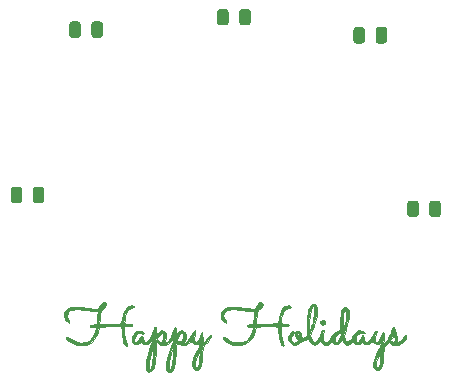
<source format=gbr>
G04 #@! TF.GenerationSoftware,KiCad,Pcbnew,(5.1.6)-1*
G04 #@! TF.CreationDate,2020-11-21T22:09:05+04:00*
G04 #@! TF.ProjectId,christmas-pcb-badge,63687269-7374-46d6-9173-2d7063622d62,rev?*
G04 #@! TF.SameCoordinates,Original*
G04 #@! TF.FileFunction,Paste,Top*
G04 #@! TF.FilePolarity,Positive*
%FSLAX46Y46*%
G04 Gerber Fmt 4.6, Leading zero omitted, Abs format (unit mm)*
G04 Created by KiCad (PCBNEW (5.1.6)-1) date 2020-11-21 22:09:05*
%MOMM*%
%LPD*%
G01*
G04 APERTURE LIST*
%ADD10C,0.010000*%
G04 APERTURE END LIST*
D10*
G04 #@! TO.C,G\u002A\u002A\u002A*
G36*
X147122850Y-109383319D02*
G01*
X147205610Y-109453969D01*
X147238980Y-109579736D01*
X147239000Y-109583334D01*
X147220519Y-109686570D01*
X147188200Y-109744200D01*
X147094393Y-109789900D01*
X146980070Y-109788794D01*
X146884829Y-109744627D01*
X146859490Y-109713117D01*
X146818570Y-109587457D01*
X146825308Y-109567083D01*
X146999385Y-109567083D01*
X147006167Y-109583334D01*
X147062246Y-109624086D01*
X147074664Y-109625667D01*
X147097615Y-109599584D01*
X147090834Y-109583334D01*
X147034754Y-109542581D01*
X147022337Y-109541000D01*
X146999385Y-109567083D01*
X146825308Y-109567083D01*
X146852190Y-109485808D01*
X146893084Y-109441728D01*
X147011681Y-109376376D01*
X147122850Y-109383319D01*
G37*
X147122850Y-109383319D02*
X147205610Y-109453969D01*
X147238980Y-109579736D01*
X147239000Y-109583334D01*
X147220519Y-109686570D01*
X147188200Y-109744200D01*
X147094393Y-109789900D01*
X146980070Y-109788794D01*
X146884829Y-109744627D01*
X146859490Y-109713117D01*
X146818570Y-109587457D01*
X146825308Y-109567083D01*
X146999385Y-109567083D01*
X147006167Y-109583334D01*
X147062246Y-109624086D01*
X147074664Y-109625667D01*
X147097615Y-109599584D01*
X147090834Y-109583334D01*
X147034754Y-109542581D01*
X147022337Y-109541000D01*
X146999385Y-109567083D01*
X146825308Y-109567083D01*
X146852190Y-109485808D01*
X146893084Y-109441728D01*
X147011681Y-109376376D01*
X147122850Y-109383319D01*
G36*
X128647341Y-107924692D02*
G01*
X128660947Y-107950378D01*
X128689545Y-108091466D01*
X128641750Y-108230427D01*
X128514552Y-108373995D01*
X128446623Y-108429738D01*
X128355728Y-108502680D01*
X128290190Y-108570083D01*
X128244677Y-108647868D01*
X128213859Y-108751957D01*
X128192406Y-108898271D01*
X128174988Y-109102732D01*
X128163168Y-109276417D01*
X128134563Y-109710334D01*
X128748061Y-109710334D01*
X129001229Y-109708355D01*
X129255801Y-109702945D01*
X129484534Y-109694893D01*
X129660185Y-109684989D01*
X129681435Y-109683294D01*
X130001311Y-109656255D01*
X130051076Y-109315906D01*
X130122236Y-108967113D01*
X130223922Y-108671055D01*
X130351948Y-108435016D01*
X130502126Y-108266279D01*
X130670268Y-108172130D01*
X130714918Y-108161045D01*
X130838705Y-108155527D01*
X130953929Y-108178269D01*
X131035729Y-108220799D01*
X131059246Y-108274645D01*
X131058261Y-108278052D01*
X131011096Y-108315341D01*
X130908404Y-108357362D01*
X130834199Y-108379036D01*
X130650692Y-108456759D01*
X130505848Y-108590553D01*
X130396013Y-108786795D01*
X130317532Y-109051861D01*
X130269666Y-109363993D01*
X130238042Y-109659962D01*
X130512065Y-109689307D01*
X130697283Y-109711798D01*
X130813093Y-109734439D01*
X130874614Y-109762259D01*
X130896965Y-109800287D01*
X130898334Y-109817787D01*
X130866437Y-109851380D01*
X130765831Y-109878401D01*
X130589140Y-109900693D01*
X130553675Y-109903913D01*
X130209017Y-109933978D01*
X130234761Y-110319572D01*
X130258526Y-110548162D01*
X130297592Y-110796919D01*
X130344114Y-111017000D01*
X130351067Y-111043834D01*
X130408504Y-111259907D01*
X130445746Y-111407336D01*
X130464577Y-111499238D01*
X130466780Y-111548733D01*
X130454139Y-111568940D01*
X130428436Y-111572978D01*
X130422996Y-111573000D01*
X130348277Y-111543846D01*
X130291232Y-111495772D01*
X130233269Y-111394274D01*
X130174828Y-111226397D01*
X130120057Y-111010304D01*
X130073104Y-110764156D01*
X130038120Y-110506115D01*
X130022433Y-110319147D01*
X129997207Y-109890793D01*
X129230687Y-109911607D01*
X128971736Y-109919876D01*
X128730792Y-109929848D01*
X128525277Y-109940630D01*
X128372617Y-109951326D01*
X128298835Y-109959449D01*
X128133502Y-109986477D01*
X128016586Y-110361538D01*
X127873724Y-110725316D01*
X127694071Y-111023260D01*
X127481319Y-111251284D01*
X127239164Y-111405299D01*
X127009930Y-111475492D01*
X126602357Y-111510661D01*
X126224261Y-111474698D01*
X125883306Y-111369051D01*
X125607602Y-111210514D01*
X125421249Y-111059456D01*
X125313208Y-110938025D01*
X125282819Y-110845320D01*
X125305889Y-110798511D01*
X125359044Y-110787217D01*
X125450941Y-110831366D01*
X125532061Y-110888358D01*
X125875091Y-111105730D01*
X126217776Y-111243473D01*
X126555554Y-111300236D01*
X126855218Y-111280302D01*
X127085668Y-111222507D01*
X127263566Y-111137198D01*
X127420246Y-111008315D01*
X127454187Y-110973362D01*
X127635766Y-110724340D01*
X127778692Y-110403043D01*
X127868505Y-110080750D01*
X127894280Y-109964334D01*
X127615203Y-109964334D01*
X127465197Y-109961592D01*
X127382692Y-109950187D01*
X127350610Y-109925342D01*
X127350201Y-109890250D01*
X127382004Y-109843195D01*
X127466798Y-109808440D01*
X127620182Y-109779684D01*
X127626084Y-109778837D01*
X127766254Y-109751221D01*
X127869090Y-109716699D01*
X127908675Y-109687343D01*
X127919173Y-109625676D01*
X127932254Y-109498247D01*
X127946227Y-109323855D01*
X127959013Y-109127930D01*
X127988566Y-108622682D01*
X127866533Y-108640219D01*
X127781602Y-108640466D01*
X127631808Y-108629145D01*
X127435883Y-108608109D01*
X127212563Y-108579210D01*
X127130667Y-108567473D01*
X126710926Y-108512040D01*
X126364507Y-108481362D01*
X126083497Y-108476325D01*
X125859988Y-108497812D01*
X125686067Y-108546710D01*
X125553825Y-108623901D01*
X125455350Y-108730271D01*
X125438001Y-108756754D01*
X125364310Y-108933441D01*
X125369855Y-109106269D01*
X125455569Y-109287896D01*
X125479667Y-109322615D01*
X125559446Y-109449025D01*
X125602996Y-109552005D01*
X125604504Y-109614577D01*
X125583398Y-109625667D01*
X125479954Y-109591660D01*
X125364720Y-109504764D01*
X125264072Y-109387664D01*
X125223270Y-109315943D01*
X125152051Y-109072538D01*
X125160866Y-108841528D01*
X125247807Y-108632511D01*
X125391169Y-108471220D01*
X125545753Y-108373647D01*
X125744163Y-108307851D01*
X125993476Y-108273359D01*
X126300767Y-108269699D01*
X126673113Y-108296397D01*
X127117590Y-108352980D01*
X127130667Y-108354919D01*
X127356136Y-108386759D01*
X127565187Y-108413200D01*
X127736563Y-108431760D01*
X127849006Y-108439955D01*
X127860204Y-108440139D01*
X127954963Y-108433847D01*
X128018272Y-108401954D01*
X128074366Y-108325369D01*
X128099693Y-108277561D01*
X128316000Y-108277561D01*
X128328643Y-108311067D01*
X128369725Y-108274601D01*
X128423518Y-108196917D01*
X128498440Y-108080500D01*
X128407220Y-108161145D01*
X128340987Y-108230936D01*
X128316000Y-108277561D01*
X128099693Y-108277561D01*
X128123384Y-108232843D01*
X128233319Y-108055235D01*
X128351358Y-107930006D01*
X128466825Y-107862766D01*
X128569044Y-107859125D01*
X128647341Y-107924692D01*
G37*
X128647341Y-107924692D02*
X128660947Y-107950378D01*
X128689545Y-108091466D01*
X128641750Y-108230427D01*
X128514552Y-108373995D01*
X128446623Y-108429738D01*
X128355728Y-108502680D01*
X128290190Y-108570083D01*
X128244677Y-108647868D01*
X128213859Y-108751957D01*
X128192406Y-108898271D01*
X128174988Y-109102732D01*
X128163168Y-109276417D01*
X128134563Y-109710334D01*
X128748061Y-109710334D01*
X129001229Y-109708355D01*
X129255801Y-109702945D01*
X129484534Y-109694893D01*
X129660185Y-109684989D01*
X129681435Y-109683294D01*
X130001311Y-109656255D01*
X130051076Y-109315906D01*
X130122236Y-108967113D01*
X130223922Y-108671055D01*
X130351948Y-108435016D01*
X130502126Y-108266279D01*
X130670268Y-108172130D01*
X130714918Y-108161045D01*
X130838705Y-108155527D01*
X130953929Y-108178269D01*
X131035729Y-108220799D01*
X131059246Y-108274645D01*
X131058261Y-108278052D01*
X131011096Y-108315341D01*
X130908404Y-108357362D01*
X130834199Y-108379036D01*
X130650692Y-108456759D01*
X130505848Y-108590553D01*
X130396013Y-108786795D01*
X130317532Y-109051861D01*
X130269666Y-109363993D01*
X130238042Y-109659962D01*
X130512065Y-109689307D01*
X130697283Y-109711798D01*
X130813093Y-109734439D01*
X130874614Y-109762259D01*
X130896965Y-109800287D01*
X130898334Y-109817787D01*
X130866437Y-109851380D01*
X130765831Y-109878401D01*
X130589140Y-109900693D01*
X130553675Y-109903913D01*
X130209017Y-109933978D01*
X130234761Y-110319572D01*
X130258526Y-110548162D01*
X130297592Y-110796919D01*
X130344114Y-111017000D01*
X130351067Y-111043834D01*
X130408504Y-111259907D01*
X130445746Y-111407336D01*
X130464577Y-111499238D01*
X130466780Y-111548733D01*
X130454139Y-111568940D01*
X130428436Y-111572978D01*
X130422996Y-111573000D01*
X130348277Y-111543846D01*
X130291232Y-111495772D01*
X130233269Y-111394274D01*
X130174828Y-111226397D01*
X130120057Y-111010304D01*
X130073104Y-110764156D01*
X130038120Y-110506115D01*
X130022433Y-110319147D01*
X129997207Y-109890793D01*
X129230687Y-109911607D01*
X128971736Y-109919876D01*
X128730792Y-109929848D01*
X128525277Y-109940630D01*
X128372617Y-109951326D01*
X128298835Y-109959449D01*
X128133502Y-109986477D01*
X128016586Y-110361538D01*
X127873724Y-110725316D01*
X127694071Y-111023260D01*
X127481319Y-111251284D01*
X127239164Y-111405299D01*
X127009930Y-111475492D01*
X126602357Y-111510661D01*
X126224261Y-111474698D01*
X125883306Y-111369051D01*
X125607602Y-111210514D01*
X125421249Y-111059456D01*
X125313208Y-110938025D01*
X125282819Y-110845320D01*
X125305889Y-110798511D01*
X125359044Y-110787217D01*
X125450941Y-110831366D01*
X125532061Y-110888358D01*
X125875091Y-111105730D01*
X126217776Y-111243473D01*
X126555554Y-111300236D01*
X126855218Y-111280302D01*
X127085668Y-111222507D01*
X127263566Y-111137198D01*
X127420246Y-111008315D01*
X127454187Y-110973362D01*
X127635766Y-110724340D01*
X127778692Y-110403043D01*
X127868505Y-110080750D01*
X127894280Y-109964334D01*
X127615203Y-109964334D01*
X127465197Y-109961592D01*
X127382692Y-109950187D01*
X127350610Y-109925342D01*
X127350201Y-109890250D01*
X127382004Y-109843195D01*
X127466798Y-109808440D01*
X127620182Y-109779684D01*
X127626084Y-109778837D01*
X127766254Y-109751221D01*
X127869090Y-109716699D01*
X127908675Y-109687343D01*
X127919173Y-109625676D01*
X127932254Y-109498247D01*
X127946227Y-109323855D01*
X127959013Y-109127930D01*
X127988566Y-108622682D01*
X127866533Y-108640219D01*
X127781602Y-108640466D01*
X127631808Y-108629145D01*
X127435883Y-108608109D01*
X127212563Y-108579210D01*
X127130667Y-108567473D01*
X126710926Y-108512040D01*
X126364507Y-108481362D01*
X126083497Y-108476325D01*
X125859988Y-108497812D01*
X125686067Y-108546710D01*
X125553825Y-108623901D01*
X125455350Y-108730271D01*
X125438001Y-108756754D01*
X125364310Y-108933441D01*
X125369855Y-109106269D01*
X125455569Y-109287896D01*
X125479667Y-109322615D01*
X125559446Y-109449025D01*
X125602996Y-109552005D01*
X125604504Y-109614577D01*
X125583398Y-109625667D01*
X125479954Y-109591660D01*
X125364720Y-109504764D01*
X125264072Y-109387664D01*
X125223270Y-109315943D01*
X125152051Y-109072538D01*
X125160866Y-108841528D01*
X125247807Y-108632511D01*
X125391169Y-108471220D01*
X125545753Y-108373647D01*
X125744163Y-108307851D01*
X125993476Y-108273359D01*
X126300767Y-108269699D01*
X126673113Y-108296397D01*
X127117590Y-108352980D01*
X127130667Y-108354919D01*
X127356136Y-108386759D01*
X127565187Y-108413200D01*
X127736563Y-108431760D01*
X127849006Y-108439955D01*
X127860204Y-108440139D01*
X127954963Y-108433847D01*
X128018272Y-108401954D01*
X128074366Y-108325369D01*
X128099693Y-108277561D01*
X128316000Y-108277561D01*
X128328643Y-108311067D01*
X128369725Y-108274601D01*
X128423518Y-108196917D01*
X128498440Y-108080500D01*
X128407220Y-108161145D01*
X128340987Y-108230936D01*
X128316000Y-108277561D01*
X128099693Y-108277561D01*
X128123384Y-108232843D01*
X128233319Y-108055235D01*
X128351358Y-107930006D01*
X128466825Y-107862766D01*
X128569044Y-107859125D01*
X128647341Y-107924692D01*
G36*
X132888539Y-110006834D02*
G01*
X132924773Y-110127559D01*
X132952381Y-110310590D01*
X132980925Y-110556529D01*
X133153749Y-110408598D01*
X133266058Y-110324624D01*
X133365038Y-110271023D01*
X133406403Y-110260667D01*
X133553534Y-110297991D01*
X133667074Y-110399935D01*
X133742108Y-110551454D01*
X133773718Y-110737505D01*
X133756989Y-110943044D01*
X133693474Y-111139084D01*
X133651548Y-111244154D01*
X133636798Y-111308965D01*
X133642243Y-111319000D01*
X133693068Y-111297131D01*
X133784696Y-111242175D01*
X133825257Y-111215321D01*
X134016240Y-111038969D01*
X134184475Y-110788418D01*
X134325086Y-110472231D01*
X134412858Y-110183931D01*
X134452819Y-110064861D01*
X134498752Y-110016443D01*
X134530763Y-110015007D01*
X134568710Y-110037783D01*
X134594384Y-110099562D01*
X134612045Y-110216479D01*
X134623667Y-110366909D01*
X134644834Y-110705167D01*
X134720972Y-110565711D01*
X134816480Y-110442171D01*
X134945945Y-110337119D01*
X135079590Y-110271940D01*
X135145507Y-110260825D01*
X135223120Y-110289155D01*
X135320447Y-110359816D01*
X135346590Y-110384410D01*
X135416529Y-110464198D01*
X135453815Y-110545073D01*
X135468365Y-110658019D01*
X135470334Y-110770997D01*
X135457711Y-110967908D01*
X135415331Y-111114464D01*
X135382214Y-111176420D01*
X135328829Y-111273321D01*
X135328845Y-111311816D01*
X135387142Y-111294436D01*
X135492563Y-111233676D01*
X135668265Y-111085959D01*
X135831488Y-110865523D01*
X135980734Y-110579658D01*
X136048403Y-110440486D01*
X136109028Y-110333213D01*
X136149732Y-110280574D01*
X136150367Y-110280165D01*
X136212412Y-110266715D01*
X136242390Y-110324633D01*
X136240635Y-110456344D01*
X136207480Y-110664275D01*
X136204989Y-110676790D01*
X136168336Y-110919188D01*
X136170985Y-111090147D01*
X136213716Y-111193624D01*
X136297305Y-111233573D01*
X136314566Y-111234334D01*
X136381302Y-111201791D01*
X136466649Y-111121889D01*
X136547987Y-111021221D01*
X136602698Y-110926376D01*
X136613334Y-110883104D01*
X136630121Y-110814417D01*
X136672004Y-110708697D01*
X136726263Y-110592519D01*
X136780177Y-110492458D01*
X136821027Y-110435087D01*
X136830213Y-110430000D01*
X136845022Y-110469502D01*
X136857024Y-110576707D01*
X136864890Y-110734663D01*
X136867334Y-110903046D01*
X136867334Y-111376092D01*
X136977750Y-111273463D01*
X137057567Y-111187588D01*
X137163040Y-111058824D01*
X137272083Y-110914203D01*
X137277799Y-110906250D01*
X137402753Y-110747504D01*
X137496997Y-110661715D01*
X137558646Y-110649889D01*
X137585815Y-110713032D01*
X137587000Y-110741149D01*
X137554258Y-110853969D01*
X137457437Y-111016500D01*
X137298643Y-111225649D01*
X137098766Y-111457541D01*
X136878657Y-111701915D01*
X136850200Y-112283041D01*
X136831437Y-112610866D01*
X136809217Y-112866804D01*
X136780579Y-113063635D01*
X136742561Y-113214137D01*
X136692199Y-113331090D01*
X136626534Y-113427272D01*
X136570888Y-113488073D01*
X136467494Y-113578517D01*
X136376645Y-113636220D01*
X136338914Y-113647334D01*
X136267368Y-113618988D01*
X136169534Y-113547204D01*
X136122267Y-113503400D01*
X136021087Y-113379652D01*
X135980870Y-113261450D01*
X135978334Y-113215961D01*
X135983763Y-113167409D01*
X136196134Y-113167409D01*
X136209956Y-113250743D01*
X136224074Y-113286279D01*
X136289677Y-113371474D01*
X136368478Y-113374692D01*
X136456357Y-113296829D01*
X136503869Y-113225290D01*
X136543084Y-113142006D01*
X136571189Y-113036855D01*
X136591081Y-112891955D01*
X136605656Y-112689424D01*
X136611994Y-112557739D01*
X136620253Y-112341215D01*
X136622258Y-112198431D01*
X136617161Y-112118636D01*
X136604112Y-112091075D01*
X136582261Y-112104997D01*
X136576761Y-112111811D01*
X136493197Y-112248020D01*
X136403037Y-112439974D01*
X136317706Y-112660693D01*
X136248630Y-112883197D01*
X136246209Y-112892354D01*
X136207728Y-113056675D01*
X136196134Y-113167409D01*
X135983763Y-113167409D01*
X136004233Y-112984360D01*
X136076906Y-112708331D01*
X136188817Y-112408397D01*
X136332427Y-112105081D01*
X136479807Y-111850462D01*
X136567602Y-111683288D01*
X136610838Y-111535366D01*
X136613334Y-111500406D01*
X136607599Y-111406431D01*
X136576015Y-111376811D01*
X136497011Y-111391343D01*
X136496917Y-111391368D01*
X136292880Y-111417085D01*
X136128017Y-111376612D01*
X136011367Y-111273438D01*
X135969974Y-111188089D01*
X135934290Y-111188003D01*
X135859444Y-111237115D01*
X135803297Y-111285991D01*
X135584648Y-111440230D01*
X135345472Y-111515676D01*
X135096811Y-111510609D01*
X134866286Y-111431913D01*
X134671223Y-111333160D01*
X134647389Y-111590663D01*
X134635079Y-111731359D01*
X134618519Y-111931288D01*
X134599757Y-112165254D01*
X134580838Y-112408056D01*
X134578331Y-112440834D01*
X134550363Y-112772456D01*
X134521065Y-113032401D01*
X134487231Y-113233639D01*
X134445656Y-113389138D01*
X134393134Y-113511868D01*
X134326462Y-113614797D01*
X134272331Y-113679084D01*
X134155005Y-113757598D01*
X134020861Y-113775485D01*
X133898904Y-113733151D01*
X133839541Y-113672978D01*
X133776510Y-113538578D01*
X133749646Y-113373240D01*
X133755424Y-113227528D01*
X133988774Y-113227528D01*
X133992718Y-113374091D01*
X134003133Y-113485019D01*
X134016889Y-113534445D01*
X134087246Y-113561985D01*
X134157623Y-113506519D01*
X134217329Y-113391415D01*
X134273501Y-113208010D01*
X134319228Y-112961784D01*
X134355417Y-112646113D01*
X134382980Y-112254376D01*
X134388595Y-112144500D01*
X134412903Y-111636500D01*
X134303098Y-111911667D01*
X134192960Y-112218527D01*
X134101143Y-112534856D01*
X134033306Y-112836955D01*
X133995113Y-113101124D01*
X133988774Y-113227528D01*
X133755424Y-113227528D01*
X133758062Y-113161007D01*
X133796909Y-112906828D01*
X133829127Y-112749751D01*
X133869090Y-112586838D01*
X133920909Y-112404779D01*
X133988701Y-112190265D01*
X134076577Y-111929986D01*
X134188653Y-111610632D01*
X134254983Y-111424834D01*
X134330502Y-111211872D01*
X134375881Y-111072281D01*
X134381435Y-111043834D01*
X134708806Y-111043834D01*
X134743161Y-111096060D01*
X134825138Y-111155884D01*
X134922151Y-111203792D01*
X135001612Y-111220272D01*
X135003178Y-111220102D01*
X135064609Y-111182543D01*
X135140992Y-111098335D01*
X135161928Y-111069030D01*
X135227720Y-110932661D01*
X135255254Y-110790669D01*
X135248194Y-110660245D01*
X135210207Y-110558582D01*
X135144958Y-110502870D01*
X135056112Y-110510301D01*
X135044068Y-110516236D01*
X134983966Y-110573086D01*
X134904079Y-110678358D01*
X134821070Y-110805829D01*
X134751602Y-110929275D01*
X134712340Y-111022473D01*
X134708806Y-111043834D01*
X134381435Y-111043834D01*
X134390013Y-110999900D01*
X134371792Y-110988566D01*
X134320114Y-111032118D01*
X134233870Y-111124394D01*
X134206489Y-111154676D01*
X134004289Y-111350603D01*
X133814586Y-111472237D01*
X133625532Y-111526377D01*
X133551108Y-111530667D01*
X133370885Y-111507335D01*
X133203833Y-111445207D01*
X133069677Y-111356083D01*
X132988142Y-111251762D01*
X132972667Y-111184621D01*
X132991959Y-111121153D01*
X133055310Y-111116272D01*
X133170930Y-111169809D01*
X133188696Y-111180144D01*
X133273318Y-111224369D01*
X133330605Y-111221799D01*
X133398539Y-111166192D01*
X133423329Y-111141580D01*
X133502393Y-111024254D01*
X133550586Y-110877425D01*
X133564091Y-110729135D01*
X133539088Y-110607426D01*
X133502812Y-110557812D01*
X133439024Y-110524885D01*
X133371287Y-110539623D01*
X133288978Y-110609583D01*
X133181471Y-110742324D01*
X133116167Y-110832872D01*
X132942167Y-111079626D01*
X132912139Y-111801540D01*
X132888499Y-112276382D01*
X132860303Y-112670389D01*
X132827192Y-112987288D01*
X132788802Y-113230808D01*
X132762418Y-113345733D01*
X132690563Y-113517644D01*
X132586088Y-113651799D01*
X132463632Y-113740316D01*
X132337833Y-113775314D01*
X132223329Y-113748911D01*
X132148407Y-113676333D01*
X132080632Y-113520870D01*
X132056112Y-113343309D01*
X132295514Y-113343309D01*
X132309552Y-113475260D01*
X132337461Y-113551251D01*
X132357858Y-113562667D01*
X132425547Y-113530219D01*
X132484417Y-113464937D01*
X132530637Y-113364578D01*
X132573482Y-113223811D01*
X132587914Y-113158021D01*
X132607941Y-113028350D01*
X132629640Y-112849348D01*
X132651549Y-112638589D01*
X132672205Y-112413646D01*
X132690146Y-112192092D01*
X132703911Y-111991502D01*
X132712037Y-111829449D01*
X132713061Y-111723507D01*
X132709701Y-111694313D01*
X132690708Y-111707808D01*
X132653633Y-111787147D01*
X132603704Y-111916777D01*
X132546149Y-112081148D01*
X132486195Y-112264707D01*
X132429070Y-112451903D01*
X132380001Y-112627185D01*
X132344217Y-112775001D01*
X132340656Y-112792167D01*
X132310663Y-112983716D01*
X132295750Y-113173445D01*
X132295514Y-113343309D01*
X132056112Y-113343309D01*
X132052702Y-113318616D01*
X132065360Y-113065385D01*
X132119351Y-112756990D01*
X132215419Y-112389244D01*
X132354306Y-111957959D01*
X132536758Y-111458947D01*
X132547133Y-111431897D01*
X132615581Y-111247367D01*
X132669098Y-111090668D01*
X132702062Y-110979151D01*
X132709358Y-110931240D01*
X132679952Y-110938917D01*
X132618390Y-111002284D01*
X132558565Y-111079642D01*
X132389524Y-111271327D01*
X132212478Y-111392961D01*
X132036223Y-111441601D01*
X131869559Y-111414304D01*
X131761059Y-111346511D01*
X131645396Y-111247022D01*
X131494115Y-111350065D01*
X131329652Y-111421945D01*
X131160793Y-111428495D01*
X131014545Y-111369256D01*
X131000693Y-111358451D01*
X130917369Y-111238530D01*
X130881126Y-111072359D01*
X130890632Y-110883146D01*
X130944557Y-110694098D01*
X131041569Y-110528426D01*
X131048817Y-110519633D01*
X131178258Y-110404938D01*
X131331978Y-110326715D01*
X131492996Y-110285731D01*
X131644330Y-110282754D01*
X131768999Y-110318551D01*
X131850020Y-110393888D01*
X131872000Y-110482452D01*
X131869990Y-110525619D01*
X131852389Y-110546733D01*
X131801843Y-110546255D01*
X131700997Y-110524644D01*
X131565082Y-110490588D01*
X131437285Y-110497955D01*
X131310739Y-110569821D01*
X131199480Y-110686988D01*
X131117547Y-110830261D01*
X131078976Y-110980442D01*
X131097806Y-111118335D01*
X131100884Y-111125397D01*
X131171122Y-111213822D01*
X131261767Y-111223835D01*
X131368315Y-111157944D01*
X131486262Y-111018655D01*
X131586297Y-110855156D01*
X131646718Y-110770487D01*
X131701271Y-110734831D01*
X131709729Y-110735743D01*
X131742069Y-110778404D01*
X131789684Y-110874372D01*
X131841283Y-110996560D01*
X131885577Y-111117883D01*
X131911276Y-111211256D01*
X131913141Y-111223750D01*
X131950434Y-111236395D01*
X132032879Y-111230026D01*
X132124334Y-111209290D01*
X132170926Y-111190612D01*
X132269744Y-111105093D01*
X132379941Y-110956894D01*
X132490431Y-110764965D01*
X132590124Y-110548260D01*
X132658614Y-110357045D01*
X132731060Y-110144174D01*
X132792791Y-110014966D01*
X132844914Y-109969244D01*
X132888539Y-110006834D01*
G37*
X132888539Y-110006834D02*
X132924773Y-110127559D01*
X132952381Y-110310590D01*
X132980925Y-110556529D01*
X133153749Y-110408598D01*
X133266058Y-110324624D01*
X133365038Y-110271023D01*
X133406403Y-110260667D01*
X133553534Y-110297991D01*
X133667074Y-110399935D01*
X133742108Y-110551454D01*
X133773718Y-110737505D01*
X133756989Y-110943044D01*
X133693474Y-111139084D01*
X133651548Y-111244154D01*
X133636798Y-111308965D01*
X133642243Y-111319000D01*
X133693068Y-111297131D01*
X133784696Y-111242175D01*
X133825257Y-111215321D01*
X134016240Y-111038969D01*
X134184475Y-110788418D01*
X134325086Y-110472231D01*
X134412858Y-110183931D01*
X134452819Y-110064861D01*
X134498752Y-110016443D01*
X134530763Y-110015007D01*
X134568710Y-110037783D01*
X134594384Y-110099562D01*
X134612045Y-110216479D01*
X134623667Y-110366909D01*
X134644834Y-110705167D01*
X134720972Y-110565711D01*
X134816480Y-110442171D01*
X134945945Y-110337119D01*
X135079590Y-110271940D01*
X135145507Y-110260825D01*
X135223120Y-110289155D01*
X135320447Y-110359816D01*
X135346590Y-110384410D01*
X135416529Y-110464198D01*
X135453815Y-110545073D01*
X135468365Y-110658019D01*
X135470334Y-110770997D01*
X135457711Y-110967908D01*
X135415331Y-111114464D01*
X135382214Y-111176420D01*
X135328829Y-111273321D01*
X135328845Y-111311816D01*
X135387142Y-111294436D01*
X135492563Y-111233676D01*
X135668265Y-111085959D01*
X135831488Y-110865523D01*
X135980734Y-110579658D01*
X136048403Y-110440486D01*
X136109028Y-110333213D01*
X136149732Y-110280574D01*
X136150367Y-110280165D01*
X136212412Y-110266715D01*
X136242390Y-110324633D01*
X136240635Y-110456344D01*
X136207480Y-110664275D01*
X136204989Y-110676790D01*
X136168336Y-110919188D01*
X136170985Y-111090147D01*
X136213716Y-111193624D01*
X136297305Y-111233573D01*
X136314566Y-111234334D01*
X136381302Y-111201791D01*
X136466649Y-111121889D01*
X136547987Y-111021221D01*
X136602698Y-110926376D01*
X136613334Y-110883104D01*
X136630121Y-110814417D01*
X136672004Y-110708697D01*
X136726263Y-110592519D01*
X136780177Y-110492458D01*
X136821027Y-110435087D01*
X136830213Y-110430000D01*
X136845022Y-110469502D01*
X136857024Y-110576707D01*
X136864890Y-110734663D01*
X136867334Y-110903046D01*
X136867334Y-111376092D01*
X136977750Y-111273463D01*
X137057567Y-111187588D01*
X137163040Y-111058824D01*
X137272083Y-110914203D01*
X137277799Y-110906250D01*
X137402753Y-110747504D01*
X137496997Y-110661715D01*
X137558646Y-110649889D01*
X137585815Y-110713032D01*
X137587000Y-110741149D01*
X137554258Y-110853969D01*
X137457437Y-111016500D01*
X137298643Y-111225649D01*
X137098766Y-111457541D01*
X136878657Y-111701915D01*
X136850200Y-112283041D01*
X136831437Y-112610866D01*
X136809217Y-112866804D01*
X136780579Y-113063635D01*
X136742561Y-113214137D01*
X136692199Y-113331090D01*
X136626534Y-113427272D01*
X136570888Y-113488073D01*
X136467494Y-113578517D01*
X136376645Y-113636220D01*
X136338914Y-113647334D01*
X136267368Y-113618988D01*
X136169534Y-113547204D01*
X136122267Y-113503400D01*
X136021087Y-113379652D01*
X135980870Y-113261450D01*
X135978334Y-113215961D01*
X135983763Y-113167409D01*
X136196134Y-113167409D01*
X136209956Y-113250743D01*
X136224074Y-113286279D01*
X136289677Y-113371474D01*
X136368478Y-113374692D01*
X136456357Y-113296829D01*
X136503869Y-113225290D01*
X136543084Y-113142006D01*
X136571189Y-113036855D01*
X136591081Y-112891955D01*
X136605656Y-112689424D01*
X136611994Y-112557739D01*
X136620253Y-112341215D01*
X136622258Y-112198431D01*
X136617161Y-112118636D01*
X136604112Y-112091075D01*
X136582261Y-112104997D01*
X136576761Y-112111811D01*
X136493197Y-112248020D01*
X136403037Y-112439974D01*
X136317706Y-112660693D01*
X136248630Y-112883197D01*
X136246209Y-112892354D01*
X136207728Y-113056675D01*
X136196134Y-113167409D01*
X135983763Y-113167409D01*
X136004233Y-112984360D01*
X136076906Y-112708331D01*
X136188817Y-112408397D01*
X136332427Y-112105081D01*
X136479807Y-111850462D01*
X136567602Y-111683288D01*
X136610838Y-111535366D01*
X136613334Y-111500406D01*
X136607599Y-111406431D01*
X136576015Y-111376811D01*
X136497011Y-111391343D01*
X136496917Y-111391368D01*
X136292880Y-111417085D01*
X136128017Y-111376612D01*
X136011367Y-111273438D01*
X135969974Y-111188089D01*
X135934290Y-111188003D01*
X135859444Y-111237115D01*
X135803297Y-111285991D01*
X135584648Y-111440230D01*
X135345472Y-111515676D01*
X135096811Y-111510609D01*
X134866286Y-111431913D01*
X134671223Y-111333160D01*
X134647389Y-111590663D01*
X134635079Y-111731359D01*
X134618519Y-111931288D01*
X134599757Y-112165254D01*
X134580838Y-112408056D01*
X134578331Y-112440834D01*
X134550363Y-112772456D01*
X134521065Y-113032401D01*
X134487231Y-113233639D01*
X134445656Y-113389138D01*
X134393134Y-113511868D01*
X134326462Y-113614797D01*
X134272331Y-113679084D01*
X134155005Y-113757598D01*
X134020861Y-113775485D01*
X133898904Y-113733151D01*
X133839541Y-113672978D01*
X133776510Y-113538578D01*
X133749646Y-113373240D01*
X133755424Y-113227528D01*
X133988774Y-113227528D01*
X133992718Y-113374091D01*
X134003133Y-113485019D01*
X134016889Y-113534445D01*
X134087246Y-113561985D01*
X134157623Y-113506519D01*
X134217329Y-113391415D01*
X134273501Y-113208010D01*
X134319228Y-112961784D01*
X134355417Y-112646113D01*
X134382980Y-112254376D01*
X134388595Y-112144500D01*
X134412903Y-111636500D01*
X134303098Y-111911667D01*
X134192960Y-112218527D01*
X134101143Y-112534856D01*
X134033306Y-112836955D01*
X133995113Y-113101124D01*
X133988774Y-113227528D01*
X133755424Y-113227528D01*
X133758062Y-113161007D01*
X133796909Y-112906828D01*
X133829127Y-112749751D01*
X133869090Y-112586838D01*
X133920909Y-112404779D01*
X133988701Y-112190265D01*
X134076577Y-111929986D01*
X134188653Y-111610632D01*
X134254983Y-111424834D01*
X134330502Y-111211872D01*
X134375881Y-111072281D01*
X134381435Y-111043834D01*
X134708806Y-111043834D01*
X134743161Y-111096060D01*
X134825138Y-111155884D01*
X134922151Y-111203792D01*
X135001612Y-111220272D01*
X135003178Y-111220102D01*
X135064609Y-111182543D01*
X135140992Y-111098335D01*
X135161928Y-111069030D01*
X135227720Y-110932661D01*
X135255254Y-110790669D01*
X135248194Y-110660245D01*
X135210207Y-110558582D01*
X135144958Y-110502870D01*
X135056112Y-110510301D01*
X135044068Y-110516236D01*
X134983966Y-110573086D01*
X134904079Y-110678358D01*
X134821070Y-110805829D01*
X134751602Y-110929275D01*
X134712340Y-111022473D01*
X134708806Y-111043834D01*
X134381435Y-111043834D01*
X134390013Y-110999900D01*
X134371792Y-110988566D01*
X134320114Y-111032118D01*
X134233870Y-111124394D01*
X134206489Y-111154676D01*
X134004289Y-111350603D01*
X133814586Y-111472237D01*
X133625532Y-111526377D01*
X133551108Y-111530667D01*
X133370885Y-111507335D01*
X133203833Y-111445207D01*
X133069677Y-111356083D01*
X132988142Y-111251762D01*
X132972667Y-111184621D01*
X132991959Y-111121153D01*
X133055310Y-111116272D01*
X133170930Y-111169809D01*
X133188696Y-111180144D01*
X133273318Y-111224369D01*
X133330605Y-111221799D01*
X133398539Y-111166192D01*
X133423329Y-111141580D01*
X133502393Y-111024254D01*
X133550586Y-110877425D01*
X133564091Y-110729135D01*
X133539088Y-110607426D01*
X133502812Y-110557812D01*
X133439024Y-110524885D01*
X133371287Y-110539623D01*
X133288978Y-110609583D01*
X133181471Y-110742324D01*
X133116167Y-110832872D01*
X132942167Y-111079626D01*
X132912139Y-111801540D01*
X132888499Y-112276382D01*
X132860303Y-112670389D01*
X132827192Y-112987288D01*
X132788802Y-113230808D01*
X132762418Y-113345733D01*
X132690563Y-113517644D01*
X132586088Y-113651799D01*
X132463632Y-113740316D01*
X132337833Y-113775314D01*
X132223329Y-113748911D01*
X132148407Y-113676333D01*
X132080632Y-113520870D01*
X132056112Y-113343309D01*
X132295514Y-113343309D01*
X132309552Y-113475260D01*
X132337461Y-113551251D01*
X132357858Y-113562667D01*
X132425547Y-113530219D01*
X132484417Y-113464937D01*
X132530637Y-113364578D01*
X132573482Y-113223811D01*
X132587914Y-113158021D01*
X132607941Y-113028350D01*
X132629640Y-112849348D01*
X132651549Y-112638589D01*
X132672205Y-112413646D01*
X132690146Y-112192092D01*
X132703911Y-111991502D01*
X132712037Y-111829449D01*
X132713061Y-111723507D01*
X132709701Y-111694313D01*
X132690708Y-111707808D01*
X132653633Y-111787147D01*
X132603704Y-111916777D01*
X132546149Y-112081148D01*
X132486195Y-112264707D01*
X132429070Y-112451903D01*
X132380001Y-112627185D01*
X132344217Y-112775001D01*
X132340656Y-112792167D01*
X132310663Y-112983716D01*
X132295750Y-113173445D01*
X132295514Y-113343309D01*
X132056112Y-113343309D01*
X132052702Y-113318616D01*
X132065360Y-113065385D01*
X132119351Y-112756990D01*
X132215419Y-112389244D01*
X132354306Y-111957959D01*
X132536758Y-111458947D01*
X132547133Y-111431897D01*
X132615581Y-111247367D01*
X132669098Y-111090668D01*
X132702062Y-110979151D01*
X132709358Y-110931240D01*
X132679952Y-110938917D01*
X132618390Y-111002284D01*
X132558565Y-111079642D01*
X132389524Y-111271327D01*
X132212478Y-111392961D01*
X132036223Y-111441601D01*
X131869559Y-111414304D01*
X131761059Y-111346511D01*
X131645396Y-111247022D01*
X131494115Y-111350065D01*
X131329652Y-111421945D01*
X131160793Y-111428495D01*
X131014545Y-111369256D01*
X131000693Y-111358451D01*
X130917369Y-111238530D01*
X130881126Y-111072359D01*
X130890632Y-110883146D01*
X130944557Y-110694098D01*
X131041569Y-110528426D01*
X131048817Y-110519633D01*
X131178258Y-110404938D01*
X131331978Y-110326715D01*
X131492996Y-110285731D01*
X131644330Y-110282754D01*
X131768999Y-110318551D01*
X131850020Y-110393888D01*
X131872000Y-110482452D01*
X131869990Y-110525619D01*
X131852389Y-110546733D01*
X131801843Y-110546255D01*
X131700997Y-110524644D01*
X131565082Y-110490588D01*
X131437285Y-110497955D01*
X131310739Y-110569821D01*
X131199480Y-110686988D01*
X131117547Y-110830261D01*
X131078976Y-110980442D01*
X131097806Y-111118335D01*
X131100884Y-111125397D01*
X131171122Y-111213822D01*
X131261767Y-111223835D01*
X131368315Y-111157944D01*
X131486262Y-111018655D01*
X131586297Y-110855156D01*
X131646718Y-110770487D01*
X131701271Y-110734831D01*
X131709729Y-110735743D01*
X131742069Y-110778404D01*
X131789684Y-110874372D01*
X131841283Y-110996560D01*
X131885577Y-111117883D01*
X131911276Y-111211256D01*
X131913141Y-111223750D01*
X131950434Y-111236395D01*
X132032879Y-111230026D01*
X132124334Y-111209290D01*
X132170926Y-111190612D01*
X132269744Y-111105093D01*
X132379941Y-110956894D01*
X132490431Y-110764965D01*
X132590124Y-110548260D01*
X132658614Y-110357045D01*
X132731060Y-110144174D01*
X132792791Y-110014966D01*
X132844914Y-109969244D01*
X132888539Y-110006834D01*
G36*
X146358580Y-108047532D02*
G01*
X146467631Y-108158269D01*
X146498808Y-108214830D01*
X146533738Y-108304967D01*
X146553002Y-108407226D01*
X146558500Y-108543734D01*
X146552135Y-108736617D01*
X146548848Y-108797372D01*
X146526107Y-109060803D01*
X146485793Y-109306522D01*
X146422203Y-109555820D01*
X146329637Y-109829989D01*
X146202391Y-110150322D01*
X146159058Y-110252858D01*
X145959211Y-110720961D01*
X146027446Y-110921222D01*
X146111372Y-111118827D01*
X146203255Y-111234296D01*
X146308069Y-111270107D01*
X146430791Y-111228737D01*
X146517942Y-111165508D01*
X146676120Y-110982860D01*
X146799968Y-110736346D01*
X146875203Y-110472334D01*
X146907924Y-110335180D01*
X146944420Y-110261392D01*
X146997054Y-110230109D01*
X147021573Y-110225341D01*
X147121645Y-110211181D01*
X147094172Y-110627507D01*
X147084892Y-110879139D01*
X147097561Y-111058688D01*
X147135294Y-111176615D01*
X147201211Y-111243385D01*
X147285069Y-111268140D01*
X147396899Y-111244804D01*
X147524814Y-111148128D01*
X147672261Y-110975093D01*
X147700587Y-110934960D01*
X148053994Y-110934960D01*
X148063756Y-111095650D01*
X148087156Y-111152450D01*
X148158123Y-111224198D01*
X148250197Y-111214060D01*
X148363086Y-111122069D01*
X148363143Y-111122008D01*
X148442436Y-111005513D01*
X148509522Y-110853437D01*
X148554668Y-110695959D01*
X148568139Y-110563259D01*
X148559299Y-110513805D01*
X148534499Y-110462746D01*
X148496164Y-110454249D01*
X148417596Y-110486927D01*
X148382100Y-110504597D01*
X148222250Y-110619480D01*
X148109853Y-110769585D01*
X148053994Y-110934960D01*
X147700587Y-110934960D01*
X147758199Y-110853334D01*
X147948756Y-110599858D01*
X148132322Y-110420031D01*
X148318558Y-110304490D01*
X148329084Y-110299808D01*
X148509000Y-110221342D01*
X148509000Y-109710442D01*
X148721320Y-109710442D01*
X148723120Y-109902617D01*
X148730379Y-110062661D01*
X148743159Y-110173518D01*
X148761521Y-110218132D01*
X148763000Y-110218334D01*
X148804230Y-110203275D01*
X148805334Y-110198863D01*
X148814958Y-110152134D01*
X148840907Y-110041705D01*
X148878795Y-109885970D01*
X148908798Y-109764946D01*
X148982836Y-109430207D01*
X149029458Y-109133656D01*
X149047568Y-108886750D01*
X149036066Y-108700949D01*
X149017459Y-108630834D01*
X148968090Y-108503834D01*
X148891208Y-108598221D01*
X148843139Y-108689783D01*
X148796546Y-108831460D01*
X148767496Y-108961522D01*
X148748068Y-109111674D01*
X148733855Y-109297915D01*
X148724919Y-109503189D01*
X148721320Y-109710442D01*
X148509000Y-109710442D01*
X148509000Y-109698446D01*
X148521512Y-109299752D01*
X148558065Y-108960807D01*
X148617185Y-108685670D01*
X148697395Y-108478401D01*
X148797221Y-108343056D01*
X148915189Y-108283696D01*
X149019727Y-108293032D01*
X149126286Y-108357097D01*
X149196527Y-108475432D01*
X149233882Y-108657090D01*
X149242248Y-108879798D01*
X149229517Y-109172307D01*
X149194366Y-109455777D01*
X149132226Y-109755061D01*
X149038528Y-110095012D01*
X148990163Y-110251185D01*
X148914357Y-110508448D01*
X148872917Y-110704652D01*
X148865633Y-110856024D01*
X148892294Y-110978788D01*
X148952690Y-111089172D01*
X148978852Y-111124206D01*
X149059798Y-111200761D01*
X149136279Y-111234273D01*
X149138768Y-111234334D01*
X149226415Y-111197143D01*
X149345062Y-111089520D01*
X149489132Y-110917391D01*
X149649569Y-110691889D01*
X149818197Y-110472407D01*
X149980783Y-110333117D01*
X150144934Y-110270653D01*
X150318258Y-110281648D01*
X150456334Y-110334816D01*
X150553261Y-110400267D01*
X150600572Y-110465499D01*
X150592621Y-110513452D01*
X150523759Y-110527063D01*
X150519834Y-110526671D01*
X150314849Y-110508385D01*
X150172813Y-110508731D01*
X150073311Y-110531543D01*
X149995929Y-110580654D01*
X149941760Y-110635222D01*
X149853698Y-110763147D01*
X149822952Y-110904822D01*
X149821982Y-110949251D01*
X149834095Y-111112895D01*
X149873200Y-111202879D01*
X149945646Y-111227655D01*
X150018700Y-111211043D01*
X150122528Y-111139494D01*
X150222612Y-110994934D01*
X150247313Y-110947651D01*
X150312449Y-110822333D01*
X150365744Y-110728701D01*
X150389583Y-110694307D01*
X150433866Y-110695013D01*
X150484178Y-110752826D01*
X150525039Y-110842964D01*
X150541000Y-110936672D01*
X150570752Y-111073464D01*
X150647087Y-111180402D01*
X150750627Y-111232637D01*
X150773152Y-111234334D01*
X150878249Y-111194103D01*
X151001483Y-111076184D01*
X151139313Y-110884730D01*
X151280613Y-110638403D01*
X151381150Y-110456885D01*
X151458126Y-110344531D01*
X151520083Y-110292159D01*
X151575562Y-110290588D01*
X151595097Y-110300382D01*
X151621849Y-110335291D01*
X151618286Y-110401982D01*
X151582083Y-110519672D01*
X151561927Y-110574715D01*
X151493853Y-110804018D01*
X151473307Y-110993104D01*
X151499127Y-111133226D01*
X151570153Y-111215639D01*
X151649533Y-111234334D01*
X151726975Y-111195795D01*
X151814922Y-111090441D01*
X151903622Y-110933663D01*
X151983321Y-110740854D01*
X152006102Y-110671562D01*
X152053641Y-110533124D01*
X152095027Y-110460687D01*
X152141955Y-110437489D01*
X152168566Y-110438729D01*
X152205066Y-110444396D01*
X152229469Y-110458125D01*
X152242860Y-110493423D01*
X152246328Y-110563799D01*
X152240960Y-110682761D01*
X152227842Y-110863819D01*
X152215562Y-111022667D01*
X152187795Y-111382500D01*
X152383693Y-111173681D01*
X152553420Y-110962111D01*
X152698799Y-110723147D01*
X152804299Y-110485265D01*
X152848450Y-110321552D01*
X152878691Y-110160263D01*
X152907535Y-110065640D01*
X152944133Y-110020343D01*
X152997633Y-110007030D01*
X153014599Y-110006667D01*
X153078626Y-110019803D01*
X153114599Y-110073974D01*
X153136917Y-110186584D01*
X153167157Y-110324029D01*
X153219847Y-110496088D01*
X153269672Y-110630242D01*
X153339642Y-110840695D01*
X153372796Y-111029744D01*
X153367544Y-111179529D01*
X153326534Y-111268200D01*
X153297575Y-111310059D01*
X153328636Y-111319000D01*
X153454342Y-111283260D01*
X153599514Y-111186075D01*
X153747338Y-111042503D01*
X153881000Y-110867597D01*
X153936281Y-110774921D01*
X154001171Y-110686047D01*
X154065889Y-110642543D01*
X154073865Y-110641667D01*
X154125540Y-110674780D01*
X154136937Y-110758007D01*
X154108405Y-110867179D01*
X154069577Y-110939164D01*
X153970318Y-111068328D01*
X153841339Y-111210186D01*
X153705548Y-111341828D01*
X153585854Y-111440346D01*
X153538186Y-111470562D01*
X153377301Y-111519959D01*
X153190625Y-111525264D01*
X153005519Y-111491192D01*
X152849343Y-111422458D01*
X152756807Y-111335893D01*
X152714642Y-111234619D01*
X152741497Y-111177813D01*
X152829929Y-111173581D01*
X152889321Y-111191552D01*
X153000625Y-111214058D01*
X153100066Y-111176011D01*
X153107881Y-111170982D01*
X153175924Y-111116140D01*
X153200832Y-111054573D01*
X153183482Y-110963999D01*
X153124755Y-110822137D01*
X153121891Y-110815814D01*
X153037640Y-110630128D01*
X152875046Y-110881693D01*
X152764118Y-111038093D01*
X152621640Y-111218348D01*
X152476104Y-111386621D01*
X152458167Y-111406046D01*
X152203882Y-111678834D01*
X152174804Y-112335000D01*
X152155663Y-112668289D01*
X152129195Y-112929535D01*
X152092175Y-113131263D01*
X152041382Y-113286000D01*
X151973591Y-113406268D01*
X151885580Y-113504593D01*
X151870281Y-113518360D01*
X151739550Y-113614376D01*
X151633159Y-113639016D01*
X151529842Y-113592237D01*
X151448504Y-113517541D01*
X151378788Y-113435746D01*
X151342522Y-113356440D01*
X151330327Y-113248255D01*
X151331319Y-113137949D01*
X151526347Y-113137949D01*
X151548316Y-113285138D01*
X151550710Y-113290601D01*
X151615551Y-113372893D01*
X151694535Y-113373746D01*
X151782999Y-113294276D01*
X151829863Y-113223862D01*
X151868765Y-113144467D01*
X151895285Y-113050471D01*
X151912198Y-112923116D01*
X151922282Y-112743646D01*
X151926947Y-112567834D01*
X151937085Y-112059834D01*
X151770273Y-112392260D01*
X151639277Y-112683521D01*
X151557318Y-112934746D01*
X151526347Y-113137949D01*
X151331319Y-113137949D01*
X151331427Y-113125958D01*
X151372357Y-112816108D01*
X151480296Y-112478162D01*
X151657793Y-112104219D01*
X151666249Y-112088634D01*
X151750690Y-111933329D01*
X151827107Y-111792169D01*
X151879673Y-111694396D01*
X151881631Y-111690721D01*
X151930573Y-111567774D01*
X151966401Y-111425184D01*
X151967984Y-111415555D01*
X151993069Y-111255500D01*
X151898653Y-111339205D01*
X151758379Y-111412868D01*
X151596671Y-111423828D01*
X151444751Y-111373939D01*
X151364038Y-111307455D01*
X151291275Y-111231105D01*
X151241056Y-111192983D01*
X151236536Y-111192000D01*
X151190467Y-111217592D01*
X151106779Y-111282239D01*
X151063699Y-111319000D01*
X150894825Y-111423525D01*
X150724733Y-111447248D01*
X150563302Y-111389939D01*
X150490685Y-111332520D01*
X150372237Y-111219039D01*
X150276702Y-111308215D01*
X150133440Y-111397152D01*
X149972195Y-111429375D01*
X149817187Y-111406389D01*
X149692638Y-111329701D01*
X149647967Y-111269130D01*
X149616041Y-111221851D01*
X149577803Y-111220525D01*
X149509055Y-111269434D01*
X149472054Y-111300267D01*
X149359881Y-111383119D01*
X149254008Y-111443778D01*
X149238087Y-111450466D01*
X149106146Y-111459308D01*
X148963757Y-111404859D01*
X148836291Y-111300546D01*
X148767710Y-111201539D01*
X148691622Y-111053228D01*
X148575776Y-111205109D01*
X148429313Y-111345566D01*
X148263369Y-111419496D01*
X148095603Y-111420342D01*
X148042252Y-111403219D01*
X147946734Y-111342691D01*
X147893722Y-111272114D01*
X147856145Y-111203699D01*
X147801581Y-111208020D01*
X147721811Y-111281172D01*
X147587657Y-111393140D01*
X147427677Y-111474745D01*
X147272611Y-111512730D01*
X147193815Y-111508874D01*
X147091780Y-111458288D01*
X146991287Y-111366921D01*
X146919332Y-111263553D01*
X146900334Y-111196048D01*
X146879340Y-111151681D01*
X146827335Y-111171179D01*
X146760778Y-111248301D01*
X146760206Y-111249172D01*
X146653817Y-111353137D01*
X146500276Y-111437860D01*
X146337097Y-111484496D01*
X146284131Y-111488334D01*
X146184238Y-111456115D01*
X146066627Y-111374498D01*
X145954761Y-111266044D01*
X145872103Y-111153311D01*
X145842000Y-111063218D01*
X145829406Y-111000690D01*
X145782628Y-110986136D01*
X145688179Y-111019655D01*
X145599057Y-111065000D01*
X145473914Y-111119333D01*
X145361031Y-111148229D01*
X145339758Y-111149667D01*
X145249610Y-111177365D01*
X145135040Y-111248013D01*
X145077073Y-111295441D01*
X144883671Y-111426527D01*
X144687807Y-111480981D01*
X144501683Y-111460426D01*
X144337500Y-111366487D01*
X144207458Y-111200786D01*
X144195730Y-111178184D01*
X144137682Y-111050363D01*
X144117321Y-110957601D01*
X144129744Y-110861782D01*
X144147050Y-110799703D01*
X144206087Y-110669101D01*
X144296961Y-110537335D01*
X144400669Y-110426152D01*
X144498205Y-110357302D01*
X144544102Y-110345334D01*
X144617128Y-110365047D01*
X144622948Y-110426423D01*
X144561093Y-110532815D01*
X144508513Y-110599318D01*
X144408367Y-110740729D01*
X144365348Y-110866457D01*
X144360982Y-110931422D01*
X144373171Y-111073283D01*
X144420883Y-111164434D01*
X144523073Y-111237192D01*
X144548138Y-111250529D01*
X144646431Y-111290244D01*
X144727669Y-111281082D01*
X144787903Y-111253309D01*
X144897862Y-111183550D01*
X144931083Y-111115800D01*
X144892489Y-111029703D01*
X144853839Y-110980542D01*
X144740319Y-110806304D01*
X144685674Y-110633361D01*
X144686757Y-110599613D01*
X144900547Y-110599613D01*
X144910271Y-110640288D01*
X144947377Y-110748396D01*
X144981347Y-110820205D01*
X145011781Y-110839390D01*
X145028414Y-110799600D01*
X145029525Y-110725657D01*
X145013395Y-110642387D01*
X144996502Y-110601517D01*
X144939180Y-110524757D01*
X144902606Y-110526185D01*
X144900547Y-110599613D01*
X144686757Y-110599613D01*
X144690673Y-110477597D01*
X144756084Y-110354897D01*
X144821202Y-110305568D01*
X144937754Y-110283779D01*
X145049138Y-110333636D01*
X145144921Y-110442282D01*
X145214665Y-110596859D01*
X145247935Y-110784512D01*
X145249334Y-110833024D01*
X145264017Y-110939174D01*
X145311550Y-110976544D01*
X145397158Y-110945072D01*
X145526063Y-110844691D01*
X145543104Y-110829446D01*
X145710119Y-110678558D01*
X145686155Y-110099196D01*
X145682856Y-109798632D01*
X145903413Y-109798632D01*
X145905083Y-109982158D01*
X145913828Y-110120545D01*
X145929244Y-110200207D01*
X145948358Y-110210603D01*
X145969040Y-110167735D01*
X146012406Y-110065476D01*
X146070275Y-109923276D01*
X146090147Y-109873455D01*
X146180664Y-109612566D01*
X146253326Y-109338001D01*
X146306436Y-109064669D01*
X146338294Y-108807481D01*
X146347205Y-108581345D01*
X146331469Y-108401170D01*
X146289389Y-108281866D01*
X146273616Y-108262349D01*
X146208120Y-108238231D01*
X146143750Y-108292199D01*
X146082626Y-108417678D01*
X146026867Y-108608094D01*
X145978591Y-108856872D01*
X145939918Y-109157436D01*
X145922902Y-109350500D01*
X145909218Y-109583551D01*
X145903413Y-109798632D01*
X145682856Y-109798632D01*
X145680948Y-109624856D01*
X145705207Y-109193715D01*
X145757580Y-108814580D01*
X145836713Y-108496260D01*
X145941251Y-108247564D01*
X145980681Y-108182885D01*
X146100955Y-108058967D01*
X146231638Y-108014140D01*
X146358580Y-108047532D01*
G37*
X146358580Y-108047532D02*
X146467631Y-108158269D01*
X146498808Y-108214830D01*
X146533738Y-108304967D01*
X146553002Y-108407226D01*
X146558500Y-108543734D01*
X146552135Y-108736617D01*
X146548848Y-108797372D01*
X146526107Y-109060803D01*
X146485793Y-109306522D01*
X146422203Y-109555820D01*
X146329637Y-109829989D01*
X146202391Y-110150322D01*
X146159058Y-110252858D01*
X145959211Y-110720961D01*
X146027446Y-110921222D01*
X146111372Y-111118827D01*
X146203255Y-111234296D01*
X146308069Y-111270107D01*
X146430791Y-111228737D01*
X146517942Y-111165508D01*
X146676120Y-110982860D01*
X146799968Y-110736346D01*
X146875203Y-110472334D01*
X146907924Y-110335180D01*
X146944420Y-110261392D01*
X146997054Y-110230109D01*
X147021573Y-110225341D01*
X147121645Y-110211181D01*
X147094172Y-110627507D01*
X147084892Y-110879139D01*
X147097561Y-111058688D01*
X147135294Y-111176615D01*
X147201211Y-111243385D01*
X147285069Y-111268140D01*
X147396899Y-111244804D01*
X147524814Y-111148128D01*
X147672261Y-110975093D01*
X147700587Y-110934960D01*
X148053994Y-110934960D01*
X148063756Y-111095650D01*
X148087156Y-111152450D01*
X148158123Y-111224198D01*
X148250197Y-111214060D01*
X148363086Y-111122069D01*
X148363143Y-111122008D01*
X148442436Y-111005513D01*
X148509522Y-110853437D01*
X148554668Y-110695959D01*
X148568139Y-110563259D01*
X148559299Y-110513805D01*
X148534499Y-110462746D01*
X148496164Y-110454249D01*
X148417596Y-110486927D01*
X148382100Y-110504597D01*
X148222250Y-110619480D01*
X148109853Y-110769585D01*
X148053994Y-110934960D01*
X147700587Y-110934960D01*
X147758199Y-110853334D01*
X147948756Y-110599858D01*
X148132322Y-110420031D01*
X148318558Y-110304490D01*
X148329084Y-110299808D01*
X148509000Y-110221342D01*
X148509000Y-109710442D01*
X148721320Y-109710442D01*
X148723120Y-109902617D01*
X148730379Y-110062661D01*
X148743159Y-110173518D01*
X148761521Y-110218132D01*
X148763000Y-110218334D01*
X148804230Y-110203275D01*
X148805334Y-110198863D01*
X148814958Y-110152134D01*
X148840907Y-110041705D01*
X148878795Y-109885970D01*
X148908798Y-109764946D01*
X148982836Y-109430207D01*
X149029458Y-109133656D01*
X149047568Y-108886750D01*
X149036066Y-108700949D01*
X149017459Y-108630834D01*
X148968090Y-108503834D01*
X148891208Y-108598221D01*
X148843139Y-108689783D01*
X148796546Y-108831460D01*
X148767496Y-108961522D01*
X148748068Y-109111674D01*
X148733855Y-109297915D01*
X148724919Y-109503189D01*
X148721320Y-109710442D01*
X148509000Y-109710442D01*
X148509000Y-109698446D01*
X148521512Y-109299752D01*
X148558065Y-108960807D01*
X148617185Y-108685670D01*
X148697395Y-108478401D01*
X148797221Y-108343056D01*
X148915189Y-108283696D01*
X149019727Y-108293032D01*
X149126286Y-108357097D01*
X149196527Y-108475432D01*
X149233882Y-108657090D01*
X149242248Y-108879798D01*
X149229517Y-109172307D01*
X149194366Y-109455777D01*
X149132226Y-109755061D01*
X149038528Y-110095012D01*
X148990163Y-110251185D01*
X148914357Y-110508448D01*
X148872917Y-110704652D01*
X148865633Y-110856024D01*
X148892294Y-110978788D01*
X148952690Y-111089172D01*
X148978852Y-111124206D01*
X149059798Y-111200761D01*
X149136279Y-111234273D01*
X149138768Y-111234334D01*
X149226415Y-111197143D01*
X149345062Y-111089520D01*
X149489132Y-110917391D01*
X149649569Y-110691889D01*
X149818197Y-110472407D01*
X149980783Y-110333117D01*
X150144934Y-110270653D01*
X150318258Y-110281648D01*
X150456334Y-110334816D01*
X150553261Y-110400267D01*
X150600572Y-110465499D01*
X150592621Y-110513452D01*
X150523759Y-110527063D01*
X150519834Y-110526671D01*
X150314849Y-110508385D01*
X150172813Y-110508731D01*
X150073311Y-110531543D01*
X149995929Y-110580654D01*
X149941760Y-110635222D01*
X149853698Y-110763147D01*
X149822952Y-110904822D01*
X149821982Y-110949251D01*
X149834095Y-111112895D01*
X149873200Y-111202879D01*
X149945646Y-111227655D01*
X150018700Y-111211043D01*
X150122528Y-111139494D01*
X150222612Y-110994934D01*
X150247313Y-110947651D01*
X150312449Y-110822333D01*
X150365744Y-110728701D01*
X150389583Y-110694307D01*
X150433866Y-110695013D01*
X150484178Y-110752826D01*
X150525039Y-110842964D01*
X150541000Y-110936672D01*
X150570752Y-111073464D01*
X150647087Y-111180402D01*
X150750627Y-111232637D01*
X150773152Y-111234334D01*
X150878249Y-111194103D01*
X151001483Y-111076184D01*
X151139313Y-110884730D01*
X151280613Y-110638403D01*
X151381150Y-110456885D01*
X151458126Y-110344531D01*
X151520083Y-110292159D01*
X151575562Y-110290588D01*
X151595097Y-110300382D01*
X151621849Y-110335291D01*
X151618286Y-110401982D01*
X151582083Y-110519672D01*
X151561927Y-110574715D01*
X151493853Y-110804018D01*
X151473307Y-110993104D01*
X151499127Y-111133226D01*
X151570153Y-111215639D01*
X151649533Y-111234334D01*
X151726975Y-111195795D01*
X151814922Y-111090441D01*
X151903622Y-110933663D01*
X151983321Y-110740854D01*
X152006102Y-110671562D01*
X152053641Y-110533124D01*
X152095027Y-110460687D01*
X152141955Y-110437489D01*
X152168566Y-110438729D01*
X152205066Y-110444396D01*
X152229469Y-110458125D01*
X152242860Y-110493423D01*
X152246328Y-110563799D01*
X152240960Y-110682761D01*
X152227842Y-110863819D01*
X152215562Y-111022667D01*
X152187795Y-111382500D01*
X152383693Y-111173681D01*
X152553420Y-110962111D01*
X152698799Y-110723147D01*
X152804299Y-110485265D01*
X152848450Y-110321552D01*
X152878691Y-110160263D01*
X152907535Y-110065640D01*
X152944133Y-110020343D01*
X152997633Y-110007030D01*
X153014599Y-110006667D01*
X153078626Y-110019803D01*
X153114599Y-110073974D01*
X153136917Y-110186584D01*
X153167157Y-110324029D01*
X153219847Y-110496088D01*
X153269672Y-110630242D01*
X153339642Y-110840695D01*
X153372796Y-111029744D01*
X153367544Y-111179529D01*
X153326534Y-111268200D01*
X153297575Y-111310059D01*
X153328636Y-111319000D01*
X153454342Y-111283260D01*
X153599514Y-111186075D01*
X153747338Y-111042503D01*
X153881000Y-110867597D01*
X153936281Y-110774921D01*
X154001171Y-110686047D01*
X154065889Y-110642543D01*
X154073865Y-110641667D01*
X154125540Y-110674780D01*
X154136937Y-110758007D01*
X154108405Y-110867179D01*
X154069577Y-110939164D01*
X153970318Y-111068328D01*
X153841339Y-111210186D01*
X153705548Y-111341828D01*
X153585854Y-111440346D01*
X153538186Y-111470562D01*
X153377301Y-111519959D01*
X153190625Y-111525264D01*
X153005519Y-111491192D01*
X152849343Y-111422458D01*
X152756807Y-111335893D01*
X152714642Y-111234619D01*
X152741497Y-111177813D01*
X152829929Y-111173581D01*
X152889321Y-111191552D01*
X153000625Y-111214058D01*
X153100066Y-111176011D01*
X153107881Y-111170982D01*
X153175924Y-111116140D01*
X153200832Y-111054573D01*
X153183482Y-110963999D01*
X153124755Y-110822137D01*
X153121891Y-110815814D01*
X153037640Y-110630128D01*
X152875046Y-110881693D01*
X152764118Y-111038093D01*
X152621640Y-111218348D01*
X152476104Y-111386621D01*
X152458167Y-111406046D01*
X152203882Y-111678834D01*
X152174804Y-112335000D01*
X152155663Y-112668289D01*
X152129195Y-112929535D01*
X152092175Y-113131263D01*
X152041382Y-113286000D01*
X151973591Y-113406268D01*
X151885580Y-113504593D01*
X151870281Y-113518360D01*
X151739550Y-113614376D01*
X151633159Y-113639016D01*
X151529842Y-113592237D01*
X151448504Y-113517541D01*
X151378788Y-113435746D01*
X151342522Y-113356440D01*
X151330327Y-113248255D01*
X151331319Y-113137949D01*
X151526347Y-113137949D01*
X151548316Y-113285138D01*
X151550710Y-113290601D01*
X151615551Y-113372893D01*
X151694535Y-113373746D01*
X151782999Y-113294276D01*
X151829863Y-113223862D01*
X151868765Y-113144467D01*
X151895285Y-113050471D01*
X151912198Y-112923116D01*
X151922282Y-112743646D01*
X151926947Y-112567834D01*
X151937085Y-112059834D01*
X151770273Y-112392260D01*
X151639277Y-112683521D01*
X151557318Y-112934746D01*
X151526347Y-113137949D01*
X151331319Y-113137949D01*
X151331427Y-113125958D01*
X151372357Y-112816108D01*
X151480296Y-112478162D01*
X151657793Y-112104219D01*
X151666249Y-112088634D01*
X151750690Y-111933329D01*
X151827107Y-111792169D01*
X151879673Y-111694396D01*
X151881631Y-111690721D01*
X151930573Y-111567774D01*
X151966401Y-111425184D01*
X151967984Y-111415555D01*
X151993069Y-111255500D01*
X151898653Y-111339205D01*
X151758379Y-111412868D01*
X151596671Y-111423828D01*
X151444751Y-111373939D01*
X151364038Y-111307455D01*
X151291275Y-111231105D01*
X151241056Y-111192983D01*
X151236536Y-111192000D01*
X151190467Y-111217592D01*
X151106779Y-111282239D01*
X151063699Y-111319000D01*
X150894825Y-111423525D01*
X150724733Y-111447248D01*
X150563302Y-111389939D01*
X150490685Y-111332520D01*
X150372237Y-111219039D01*
X150276702Y-111308215D01*
X150133440Y-111397152D01*
X149972195Y-111429375D01*
X149817187Y-111406389D01*
X149692638Y-111329701D01*
X149647967Y-111269130D01*
X149616041Y-111221851D01*
X149577803Y-111220525D01*
X149509055Y-111269434D01*
X149472054Y-111300267D01*
X149359881Y-111383119D01*
X149254008Y-111443778D01*
X149238087Y-111450466D01*
X149106146Y-111459308D01*
X148963757Y-111404859D01*
X148836291Y-111300546D01*
X148767710Y-111201539D01*
X148691622Y-111053228D01*
X148575776Y-111205109D01*
X148429313Y-111345566D01*
X148263369Y-111419496D01*
X148095603Y-111420342D01*
X148042252Y-111403219D01*
X147946734Y-111342691D01*
X147893722Y-111272114D01*
X147856145Y-111203699D01*
X147801581Y-111208020D01*
X147721811Y-111281172D01*
X147587657Y-111393140D01*
X147427677Y-111474745D01*
X147272611Y-111512730D01*
X147193815Y-111508874D01*
X147091780Y-111458288D01*
X146991287Y-111366921D01*
X146919332Y-111263553D01*
X146900334Y-111196048D01*
X146879340Y-111151681D01*
X146827335Y-111171179D01*
X146760778Y-111248301D01*
X146760206Y-111249172D01*
X146653817Y-111353137D01*
X146500276Y-111437860D01*
X146337097Y-111484496D01*
X146284131Y-111488334D01*
X146184238Y-111456115D01*
X146066627Y-111374498D01*
X145954761Y-111266044D01*
X145872103Y-111153311D01*
X145842000Y-111063218D01*
X145829406Y-111000690D01*
X145782628Y-110986136D01*
X145688179Y-111019655D01*
X145599057Y-111065000D01*
X145473914Y-111119333D01*
X145361031Y-111148229D01*
X145339758Y-111149667D01*
X145249610Y-111177365D01*
X145135040Y-111248013D01*
X145077073Y-111295441D01*
X144883671Y-111426527D01*
X144687807Y-111480981D01*
X144501683Y-111460426D01*
X144337500Y-111366487D01*
X144207458Y-111200786D01*
X144195730Y-111178184D01*
X144137682Y-111050363D01*
X144117321Y-110957601D01*
X144129744Y-110861782D01*
X144147050Y-110799703D01*
X144206087Y-110669101D01*
X144296961Y-110537335D01*
X144400669Y-110426152D01*
X144498205Y-110357302D01*
X144544102Y-110345334D01*
X144617128Y-110365047D01*
X144622948Y-110426423D01*
X144561093Y-110532815D01*
X144508513Y-110599318D01*
X144408367Y-110740729D01*
X144365348Y-110866457D01*
X144360982Y-110931422D01*
X144373171Y-111073283D01*
X144420883Y-111164434D01*
X144523073Y-111237192D01*
X144548138Y-111250529D01*
X144646431Y-111290244D01*
X144727669Y-111281082D01*
X144787903Y-111253309D01*
X144897862Y-111183550D01*
X144931083Y-111115800D01*
X144892489Y-111029703D01*
X144853839Y-110980542D01*
X144740319Y-110806304D01*
X144685674Y-110633361D01*
X144686757Y-110599613D01*
X144900547Y-110599613D01*
X144910271Y-110640288D01*
X144947377Y-110748396D01*
X144981347Y-110820205D01*
X145011781Y-110839390D01*
X145028414Y-110799600D01*
X145029525Y-110725657D01*
X145013395Y-110642387D01*
X144996502Y-110601517D01*
X144939180Y-110524757D01*
X144902606Y-110526185D01*
X144900547Y-110599613D01*
X144686757Y-110599613D01*
X144690673Y-110477597D01*
X144756084Y-110354897D01*
X144821202Y-110305568D01*
X144937754Y-110283779D01*
X145049138Y-110333636D01*
X145144921Y-110442282D01*
X145214665Y-110596859D01*
X145247935Y-110784512D01*
X145249334Y-110833024D01*
X145264017Y-110939174D01*
X145311550Y-110976544D01*
X145397158Y-110945072D01*
X145526063Y-110844691D01*
X145543104Y-110829446D01*
X145710119Y-110678558D01*
X145686155Y-110099196D01*
X145682856Y-109798632D01*
X145903413Y-109798632D01*
X145905083Y-109982158D01*
X145913828Y-110120545D01*
X145929244Y-110200207D01*
X145948358Y-110210603D01*
X145969040Y-110167735D01*
X146012406Y-110065476D01*
X146070275Y-109923276D01*
X146090147Y-109873455D01*
X146180664Y-109612566D01*
X146253326Y-109338001D01*
X146306436Y-109064669D01*
X146338294Y-108807481D01*
X146347205Y-108581345D01*
X146331469Y-108401170D01*
X146289389Y-108281866D01*
X146273616Y-108262349D01*
X146208120Y-108238231D01*
X146143750Y-108292199D01*
X146082626Y-108417678D01*
X146026867Y-108608094D01*
X145978591Y-108856872D01*
X145939918Y-109157436D01*
X145922902Y-109350500D01*
X145909218Y-109583551D01*
X145903413Y-109798632D01*
X145682856Y-109798632D01*
X145680948Y-109624856D01*
X145705207Y-109193715D01*
X145757580Y-108814580D01*
X145836713Y-108496260D01*
X145941251Y-108247564D01*
X145980681Y-108182885D01*
X146100955Y-108058967D01*
X146231638Y-108014140D01*
X146358580Y-108047532D01*
G36*
X141856878Y-107886902D02*
G01*
X141935441Y-107953178D01*
X141963673Y-107998520D01*
X141963191Y-108070300D01*
X141935066Y-108173043D01*
X141891825Y-108274771D01*
X141845991Y-108343505D01*
X141823783Y-108355667D01*
X141778070Y-108381942D01*
X141694535Y-108448803D01*
X141642234Y-108495179D01*
X141584275Y-108549959D01*
X141541008Y-108601740D01*
X141509030Y-108664255D01*
X141484935Y-108751235D01*
X141465321Y-108876412D01*
X141446783Y-109053516D01*
X141425918Y-109296280D01*
X141417097Y-109403417D01*
X141391873Y-109710334D01*
X142040020Y-109705385D01*
X142421601Y-109699745D01*
X142724375Y-109688900D01*
X142954077Y-109672277D01*
X143116441Y-109649303D01*
X143217200Y-109619404D01*
X143261457Y-109583334D01*
X143283032Y-109512114D01*
X143310483Y-109383379D01*
X143338257Y-109223506D01*
X143341141Y-109204842D01*
X143400612Y-108931947D01*
X143489351Y-108675153D01*
X143597909Y-108457081D01*
X143716833Y-108300352D01*
X143720579Y-108296722D01*
X143847441Y-108212184D01*
X143999276Y-108162659D01*
X144147795Y-108152649D01*
X144264711Y-108186652D01*
X144289503Y-108206217D01*
X144339347Y-108275290D01*
X144320133Y-108322465D01*
X144225704Y-108354646D01*
X144145538Y-108367651D01*
X143948683Y-108435076D01*
X143784777Y-108573829D01*
X143703560Y-108696211D01*
X143656326Y-108814397D01*
X143603748Y-108988549D01*
X143553104Y-109190913D01*
X143511672Y-109393734D01*
X143497182Y-109483182D01*
X143471900Y-109658197D01*
X143754161Y-109688425D01*
X143941833Y-109711078D01*
X144059911Y-109733527D01*
X144123320Y-109760575D01*
X144146986Y-109797026D01*
X144148667Y-109815404D01*
X144108490Y-109862708D01*
X143995472Y-109897754D01*
X143820878Y-109917993D01*
X143677709Y-109922000D01*
X143587263Y-109921854D01*
X143525776Y-109930177D01*
X143489541Y-109960107D01*
X143474854Y-110024786D01*
X143478008Y-110137351D01*
X143495298Y-110310944D01*
X143516013Y-110495361D01*
X143545720Y-110705877D01*
X143585815Y-110916618D01*
X143629101Y-111091312D01*
X143643013Y-111135320D01*
X143688155Y-111282885D01*
X143718056Y-111411975D01*
X143725334Y-111473794D01*
X143701364Y-111553636D01*
X143642432Y-111568212D01*
X143568002Y-111517110D01*
X143537963Y-111477750D01*
X143472487Y-111336332D01*
X143410219Y-111122242D01*
X143353975Y-110847475D01*
X143306572Y-110524025D01*
X143299073Y-110460477D01*
X143277020Y-110273947D01*
X143256886Y-110116615D01*
X143241386Y-110009035D01*
X143234916Y-109974917D01*
X143206159Y-109954150D01*
X143127535Y-109939143D01*
X142990332Y-109929265D01*
X142785837Y-109923885D01*
X142509579Y-109922368D01*
X142254291Y-109924050D01*
X142011728Y-109928453D01*
X141801888Y-109935012D01*
X141644770Y-109943161D01*
X141584351Y-109948551D01*
X141369534Y-109974366D01*
X141316361Y-110233933D01*
X141206951Y-110604669D01*
X141044103Y-110918398D01*
X140831552Y-111170169D01*
X140573033Y-111355031D01*
X140418736Y-111424157D01*
X140133300Y-111495022D01*
X139828683Y-111511927D01*
X139521750Y-111479180D01*
X139229365Y-111401086D01*
X138968393Y-111281952D01*
X138755697Y-111126084D01*
X138624245Y-110965932D01*
X138578637Y-110853592D01*
X138596206Y-110791002D01*
X138665247Y-110788400D01*
X138761635Y-110845746D01*
X138983696Y-111016612D01*
X139169854Y-111136083D01*
X139343743Y-111212959D01*
X139528998Y-111256044D01*
X139749253Y-111274137D01*
X139918777Y-111276667D01*
X140238814Y-111243578D01*
X140507606Y-111143564D01*
X140727180Y-110975506D01*
X140899567Y-110738282D01*
X140901946Y-110733931D01*
X140967569Y-110594608D01*
X141029264Y-110431838D01*
X141080402Y-110268054D01*
X141114354Y-110125690D01*
X141124493Y-110027177D01*
X141118446Y-110001186D01*
X141066745Y-109980766D01*
X140957912Y-109967383D01*
X140864006Y-109964334D01*
X140714298Y-109956472D01*
X140632456Y-109930246D01*
X140607275Y-109899008D01*
X140596265Y-109839664D01*
X140628286Y-109801758D01*
X140717414Y-109777894D01*
X140869260Y-109761373D01*
X141005666Y-109744164D01*
X141095431Y-109708937D01*
X141150424Y-109639566D01*
X141182517Y-109519926D01*
X141203582Y-109333891D01*
X141206149Y-109303750D01*
X141222249Y-109118742D01*
X141239185Y-108935410D01*
X141250788Y-108818009D01*
X141260659Y-108700237D01*
X141249663Y-108646122D01*
X141205805Y-108635121D01*
X141148148Y-108642215D01*
X141063450Y-108642542D01*
X140913586Y-108631251D01*
X140716983Y-108610175D01*
X140492067Y-108581146D01*
X140396237Y-108567414D01*
X139960428Y-108510931D01*
X139595088Y-108480282D01*
X139302826Y-108475526D01*
X139086253Y-108496720D01*
X138961886Y-108536075D01*
X138769533Y-108669714D01*
X138657842Y-108826426D01*
X138627770Y-109002394D01*
X138680276Y-109193801D01*
X138762712Y-109329570D01*
X138861716Y-109481004D01*
X138896137Y-109578501D01*
X138866140Y-109622681D01*
X138841543Y-109625667D01*
X138737276Y-109588329D01*
X138625659Y-109490329D01*
X138521627Y-109352683D01*
X138440117Y-109196411D01*
X138396065Y-109042528D01*
X138392263Y-108993449D01*
X138423583Y-108836685D01*
X138508067Y-108664688D01*
X138627743Y-108508140D01*
X138727733Y-108420738D01*
X138884178Y-108332441D01*
X139061309Y-108275387D01*
X139272315Y-108248448D01*
X139530382Y-108250496D01*
X139848697Y-108280403D01*
X140049655Y-108307647D01*
X140301159Y-108343007D01*
X140552745Y-108375881D01*
X140778412Y-108403028D01*
X140952159Y-108421208D01*
X140980989Y-108423696D01*
X141291167Y-108448863D01*
X141382367Y-108271000D01*
X141574378Y-108271000D01*
X141615207Y-108243180D01*
X141672167Y-108186334D01*
X141721055Y-108125008D01*
X141727622Y-108101667D01*
X141686793Y-108129487D01*
X141629834Y-108186334D01*
X141580945Y-108247659D01*
X141574378Y-108271000D01*
X141382367Y-108271000D01*
X141418167Y-108201181D01*
X141536549Y-108013270D01*
X141658616Y-107900030D01*
X141779417Y-107865006D01*
X141856878Y-107886902D01*
G37*
X141856878Y-107886902D02*
X141935441Y-107953178D01*
X141963673Y-107998520D01*
X141963191Y-108070300D01*
X141935066Y-108173043D01*
X141891825Y-108274771D01*
X141845991Y-108343505D01*
X141823783Y-108355667D01*
X141778070Y-108381942D01*
X141694535Y-108448803D01*
X141642234Y-108495179D01*
X141584275Y-108549959D01*
X141541008Y-108601740D01*
X141509030Y-108664255D01*
X141484935Y-108751235D01*
X141465321Y-108876412D01*
X141446783Y-109053516D01*
X141425918Y-109296280D01*
X141417097Y-109403417D01*
X141391873Y-109710334D01*
X142040020Y-109705385D01*
X142421601Y-109699745D01*
X142724375Y-109688900D01*
X142954077Y-109672277D01*
X143116441Y-109649303D01*
X143217200Y-109619404D01*
X143261457Y-109583334D01*
X143283032Y-109512114D01*
X143310483Y-109383379D01*
X143338257Y-109223506D01*
X143341141Y-109204842D01*
X143400612Y-108931947D01*
X143489351Y-108675153D01*
X143597909Y-108457081D01*
X143716833Y-108300352D01*
X143720579Y-108296722D01*
X143847441Y-108212184D01*
X143999276Y-108162659D01*
X144147795Y-108152649D01*
X144264711Y-108186652D01*
X144289503Y-108206217D01*
X144339347Y-108275290D01*
X144320133Y-108322465D01*
X144225704Y-108354646D01*
X144145538Y-108367651D01*
X143948683Y-108435076D01*
X143784777Y-108573829D01*
X143703560Y-108696211D01*
X143656326Y-108814397D01*
X143603748Y-108988549D01*
X143553104Y-109190913D01*
X143511672Y-109393734D01*
X143497182Y-109483182D01*
X143471900Y-109658197D01*
X143754161Y-109688425D01*
X143941833Y-109711078D01*
X144059911Y-109733527D01*
X144123320Y-109760575D01*
X144146986Y-109797026D01*
X144148667Y-109815404D01*
X144108490Y-109862708D01*
X143995472Y-109897754D01*
X143820878Y-109917993D01*
X143677709Y-109922000D01*
X143587263Y-109921854D01*
X143525776Y-109930177D01*
X143489541Y-109960107D01*
X143474854Y-110024786D01*
X143478008Y-110137351D01*
X143495298Y-110310944D01*
X143516013Y-110495361D01*
X143545720Y-110705877D01*
X143585815Y-110916618D01*
X143629101Y-111091312D01*
X143643013Y-111135320D01*
X143688155Y-111282885D01*
X143718056Y-111411975D01*
X143725334Y-111473794D01*
X143701364Y-111553636D01*
X143642432Y-111568212D01*
X143568002Y-111517110D01*
X143537963Y-111477750D01*
X143472487Y-111336332D01*
X143410219Y-111122242D01*
X143353975Y-110847475D01*
X143306572Y-110524025D01*
X143299073Y-110460477D01*
X143277020Y-110273947D01*
X143256886Y-110116615D01*
X143241386Y-110009035D01*
X143234916Y-109974917D01*
X143206159Y-109954150D01*
X143127535Y-109939143D01*
X142990332Y-109929265D01*
X142785837Y-109923885D01*
X142509579Y-109922368D01*
X142254291Y-109924050D01*
X142011728Y-109928453D01*
X141801888Y-109935012D01*
X141644770Y-109943161D01*
X141584351Y-109948551D01*
X141369534Y-109974366D01*
X141316361Y-110233933D01*
X141206951Y-110604669D01*
X141044103Y-110918398D01*
X140831552Y-111170169D01*
X140573033Y-111355031D01*
X140418736Y-111424157D01*
X140133300Y-111495022D01*
X139828683Y-111511927D01*
X139521750Y-111479180D01*
X139229365Y-111401086D01*
X138968393Y-111281952D01*
X138755697Y-111126084D01*
X138624245Y-110965932D01*
X138578637Y-110853592D01*
X138596206Y-110791002D01*
X138665247Y-110788400D01*
X138761635Y-110845746D01*
X138983696Y-111016612D01*
X139169854Y-111136083D01*
X139343743Y-111212959D01*
X139528998Y-111256044D01*
X139749253Y-111274137D01*
X139918777Y-111276667D01*
X140238814Y-111243578D01*
X140507606Y-111143564D01*
X140727180Y-110975506D01*
X140899567Y-110738282D01*
X140901946Y-110733931D01*
X140967569Y-110594608D01*
X141029264Y-110431838D01*
X141080402Y-110268054D01*
X141114354Y-110125690D01*
X141124493Y-110027177D01*
X141118446Y-110001186D01*
X141066745Y-109980766D01*
X140957912Y-109967383D01*
X140864006Y-109964334D01*
X140714298Y-109956472D01*
X140632456Y-109930246D01*
X140607275Y-109899008D01*
X140596265Y-109839664D01*
X140628286Y-109801758D01*
X140717414Y-109777894D01*
X140869260Y-109761373D01*
X141005666Y-109744164D01*
X141095431Y-109708937D01*
X141150424Y-109639566D01*
X141182517Y-109519926D01*
X141203582Y-109333891D01*
X141206149Y-109303750D01*
X141222249Y-109118742D01*
X141239185Y-108935410D01*
X141250788Y-108818009D01*
X141260659Y-108700237D01*
X141249663Y-108646122D01*
X141205805Y-108635121D01*
X141148148Y-108642215D01*
X141063450Y-108642542D01*
X140913586Y-108631251D01*
X140716983Y-108610175D01*
X140492067Y-108581146D01*
X140396237Y-108567414D01*
X139960428Y-108510931D01*
X139595088Y-108480282D01*
X139302826Y-108475526D01*
X139086253Y-108496720D01*
X138961886Y-108536075D01*
X138769533Y-108669714D01*
X138657842Y-108826426D01*
X138627770Y-109002394D01*
X138680276Y-109193801D01*
X138762712Y-109329570D01*
X138861716Y-109481004D01*
X138896137Y-109578501D01*
X138866140Y-109622681D01*
X138841543Y-109625667D01*
X138737276Y-109588329D01*
X138625659Y-109490329D01*
X138521627Y-109352683D01*
X138440117Y-109196411D01*
X138396065Y-109042528D01*
X138392263Y-108993449D01*
X138423583Y-108836685D01*
X138508067Y-108664688D01*
X138627743Y-108508140D01*
X138727733Y-108420738D01*
X138884178Y-108332441D01*
X139061309Y-108275387D01*
X139272315Y-108248448D01*
X139530382Y-108250496D01*
X139848697Y-108280403D01*
X140049655Y-108307647D01*
X140301159Y-108343007D01*
X140552745Y-108375881D01*
X140778412Y-108403028D01*
X140952159Y-108421208D01*
X140980989Y-108423696D01*
X141291167Y-108448863D01*
X141382367Y-108271000D01*
X141574378Y-108271000D01*
X141615207Y-108243180D01*
X141672167Y-108186334D01*
X141721055Y-108125008D01*
X141727622Y-108101667D01*
X141686793Y-108129487D01*
X141629834Y-108186334D01*
X141580945Y-108247659D01*
X141574378Y-108271000D01*
X141382367Y-108271000D01*
X141418167Y-108201181D01*
X141536549Y-108013270D01*
X141658616Y-107900030D01*
X141779417Y-107865006D01*
X141856878Y-107886902D01*
G04 #@! TD*
G04 #@! TO.C,R3*
G36*
G01*
X139975000Y-84206250D02*
X139975000Y-83293750D01*
G75*
G02*
X140218750Y-83050000I243750J0D01*
G01*
X140706250Y-83050000D01*
G75*
G02*
X140950000Y-83293750I0J-243750D01*
G01*
X140950000Y-84206250D01*
G75*
G02*
X140706250Y-84450000I-243750J0D01*
G01*
X140218750Y-84450000D01*
G75*
G02*
X139975000Y-84206250I0J243750D01*
G01*
G37*
G36*
G01*
X138100000Y-84206250D02*
X138100000Y-83293750D01*
G75*
G02*
X138343750Y-83050000I243750J0D01*
G01*
X138831250Y-83050000D01*
G75*
G02*
X139075000Y-83293750I0J-243750D01*
G01*
X139075000Y-84206250D01*
G75*
G02*
X138831250Y-84450000I-243750J0D01*
G01*
X138343750Y-84450000D01*
G75*
G02*
X138100000Y-84206250I0J243750D01*
G01*
G37*
G04 #@! TD*
G04 #@! TO.C,R5*
G36*
G01*
X154200000Y-100431250D02*
X154200000Y-99518750D01*
G75*
G02*
X154443750Y-99275000I243750J0D01*
G01*
X154931250Y-99275000D01*
G75*
G02*
X155175000Y-99518750I0J-243750D01*
G01*
X155175000Y-100431250D01*
G75*
G02*
X154931250Y-100675000I-243750J0D01*
G01*
X154443750Y-100675000D01*
G75*
G02*
X154200000Y-100431250I0J243750D01*
G01*
G37*
G36*
G01*
X156075000Y-100431250D02*
X156075000Y-99518750D01*
G75*
G02*
X156318750Y-99275000I243750J0D01*
G01*
X156806250Y-99275000D01*
G75*
G02*
X157050000Y-99518750I0J-243750D01*
G01*
X157050000Y-100431250D01*
G75*
G02*
X156806250Y-100675000I-243750J0D01*
G01*
X156318750Y-100675000D01*
G75*
G02*
X156075000Y-100431250I0J243750D01*
G01*
G37*
G04 #@! TD*
G04 #@! TO.C,R4*
G36*
G01*
X149650000Y-85731250D02*
X149650000Y-84818750D01*
G75*
G02*
X149893750Y-84575000I243750J0D01*
G01*
X150381250Y-84575000D01*
G75*
G02*
X150625000Y-84818750I0J-243750D01*
G01*
X150625000Y-85731250D01*
G75*
G02*
X150381250Y-85975000I-243750J0D01*
G01*
X149893750Y-85975000D01*
G75*
G02*
X149650000Y-85731250I0J243750D01*
G01*
G37*
G36*
G01*
X151525000Y-85731250D02*
X151525000Y-84818750D01*
G75*
G02*
X151768750Y-84575000I243750J0D01*
G01*
X152256250Y-84575000D01*
G75*
G02*
X152500000Y-84818750I0J-243750D01*
G01*
X152500000Y-85731250D01*
G75*
G02*
X152256250Y-85975000I-243750J0D01*
G01*
X151768750Y-85975000D01*
G75*
G02*
X151525000Y-85731250I0J243750D01*
G01*
G37*
G04 #@! TD*
G04 #@! TO.C,R1*
G36*
G01*
X120637500Y-99256250D02*
X120637500Y-98343750D01*
G75*
G02*
X120881250Y-98100000I243750J0D01*
G01*
X121368750Y-98100000D01*
G75*
G02*
X121612500Y-98343750I0J-243750D01*
G01*
X121612500Y-99256250D01*
G75*
G02*
X121368750Y-99500000I-243750J0D01*
G01*
X120881250Y-99500000D01*
G75*
G02*
X120637500Y-99256250I0J243750D01*
G01*
G37*
G36*
G01*
X122512500Y-99256250D02*
X122512500Y-98343750D01*
G75*
G02*
X122756250Y-98100000I243750J0D01*
G01*
X123243750Y-98100000D01*
G75*
G02*
X123487500Y-98343750I0J-243750D01*
G01*
X123487500Y-99256250D01*
G75*
G02*
X123243750Y-99500000I-243750J0D01*
G01*
X122756250Y-99500000D01*
G75*
G02*
X122512500Y-99256250I0J243750D01*
G01*
G37*
G04 #@! TD*
G04 #@! TO.C,R2*
G36*
G01*
X127462500Y-85256250D02*
X127462500Y-84343750D01*
G75*
G02*
X127706250Y-84100000I243750J0D01*
G01*
X128193750Y-84100000D01*
G75*
G02*
X128437500Y-84343750I0J-243750D01*
G01*
X128437500Y-85256250D01*
G75*
G02*
X128193750Y-85500000I-243750J0D01*
G01*
X127706250Y-85500000D01*
G75*
G02*
X127462500Y-85256250I0J243750D01*
G01*
G37*
G36*
G01*
X125587500Y-85256250D02*
X125587500Y-84343750D01*
G75*
G02*
X125831250Y-84100000I243750J0D01*
G01*
X126318750Y-84100000D01*
G75*
G02*
X126562500Y-84343750I0J-243750D01*
G01*
X126562500Y-85256250D01*
G75*
G02*
X126318750Y-85500000I-243750J0D01*
G01*
X125831250Y-85500000D01*
G75*
G02*
X125587500Y-85256250I0J243750D01*
G01*
G37*
G04 #@! TD*
M02*

</source>
